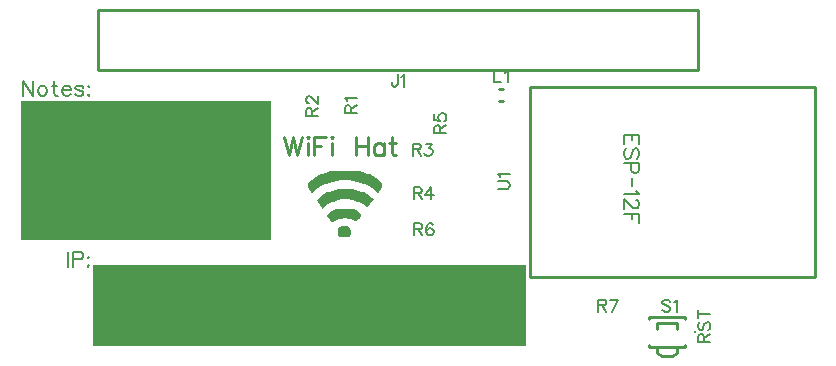
<source format=gto>
G04 DipTrace 3.0.0.2*
G04 wifihat.GTO*
%MOMM*%
G04 #@! TF.FileFunction,Legend,Top*
G04 #@! TF.Part,Single*
%ADD10C,0.254*%
%ADD12C,0.076*%
%ADD23C,0.29999*%
%ADD54C,0.15686*%
%ADD55C,0.19608*%
%ADD56C,0.23529*%
%FSLAX35Y35*%
G04*
G71*
G90*
G75*
G01*
G04 TopSilk*
%LPD*%
X5490000Y2395367D2*
D10*
Y2903367D1*
X410000Y2395367D2*
Y2903367D1*
X5490000D1*
X410000Y2395367D2*
X5490000D1*
X3800900Y2237040D2*
X3841100D1*
X3800900Y2136960D2*
X3841100D1*
X5312009Y254015D2*
X5142017D1*
X5377075Y304000D2*
X5077044D1*
X5377075Y54010D2*
X5077044D1*
X5142017Y254015D2*
Y203998D1*
X5312009Y254015D2*
Y203998D1*
X5077044Y304000D2*
Y288985D1*
X5377075Y304000D2*
Y288985D1*
X5077044Y54010D2*
Y68992D1*
X5377075Y54010D2*
Y68992D1*
X5312009Y54010D2*
Y-1012D1*
X5272011Y-21000D1*
X5182062D1*
X5142017Y54010D2*
Y-1012D1*
X5182062Y-21000D1*
D23*
X5467094Y178989D3*
X6477948Y2253975D2*
D10*
X4069175D1*
Y650025D1*
X6477948D1*
Y2253975D1*
G36*
X370000Y751000D2*
X4036000D1*
Y59000D1*
X370000D1*
Y751000D1*
G37*
G36*
X-239000Y2137000D2*
X1871000D1*
Y959000D1*
X-239000D1*
Y2137000D1*
G37*
X2376592Y1544400D2*
D12*
X2619781D1*
X2354112Y1536801D2*
X2643171D1*
X2332584Y1529201D2*
X2664620D1*
X2312872Y1521601D2*
X2683996D1*
X2295137Y1514002D2*
X2701477D1*
X2278964Y1506402D2*
X2717512D1*
X2264228Y1498802D2*
X2732186D1*
X2250932Y1491203D2*
X2745486D1*
X2238837Y1483603D2*
X2757808D1*
X2227753Y1476003D2*
X2769590D1*
X2217344Y1468404D2*
X2425177D1*
X2571166D2*
X2780850D1*
X2207300Y1460804D2*
X2393518D1*
X2602558D2*
X2791022D1*
X2198614Y1453204D2*
X2365956D1*
X2629182D2*
X2799085D1*
X2191621Y1445604D2*
X2342221D1*
X2651364D2*
X2805375D1*
X2189033Y1438005D2*
X2322408D1*
X2670167D2*
X2807613D1*
X2187664Y1430405D2*
X2306067D1*
X2686765D2*
X2808571D1*
X2187330Y1422805D2*
X2291714D1*
X2701661D2*
X2808124D1*
X2188311Y1415206D2*
X2278513D1*
X2715013D2*
X2806231D1*
X2191033Y1407606D2*
X2266871D1*
X2727098D2*
X2803102D1*
X2195064Y1400006D2*
X2256942D1*
X2737921D2*
X2798751D1*
X2199590Y1392407D2*
X2248204D1*
X2452588D2*
X2551384D1*
X2747394D2*
X2793312D1*
X2204682Y1384807D2*
X2240110D1*
X2419584D2*
X2582593D1*
X2755917D2*
X2787810D1*
X2210620Y1377207D2*
X2232306D1*
X2391508D2*
X2609809D1*
X2763935D2*
X2783226D1*
X2216998Y1369608D2*
X2224598D1*
X2368512D2*
X2632757D1*
X2771775D2*
X2779375D1*
X2349545Y1362008D2*
X2651866D1*
X2333509Y1354408D2*
X2667569D1*
X2319666Y1346809D2*
X2681027D1*
X2307386Y1339209D2*
X2693293D1*
X2296490Y1331609D2*
X2704775D1*
X2287021Y1324010D2*
X2715336D1*
X2278817Y1316410D2*
X2724820D1*
X2272373Y1308810D2*
X2437708D1*
X2557171D2*
X2733777D1*
X2267651Y1301211D2*
X2416180D1*
X2583114D2*
X2727351D1*
X2268050Y1293611D2*
X2396498D1*
X2605075D2*
X2721666D1*
X2271657Y1286011D2*
X2379030D1*
X2622838D2*
X2716301D1*
X2275825Y1278412D2*
X2363856D1*
X2636993D2*
X2711001D1*
X2280508Y1270812D2*
X2351206D1*
X2648881D2*
X2705929D1*
X2285533Y1263212D2*
X2340828D1*
X2659900D2*
X2700620D1*
X2290501Y1255612D2*
X2331908D1*
X2670427D2*
X2694598D1*
X2295772Y1248013D2*
X2323744D1*
X2680579D2*
X2688179D1*
X2301781Y1240413D2*
X2315915D1*
X2308195Y1232813D2*
D3*
X2444989Y1225214D2*
X2543785D1*
X2422803Y1217614D2*
X2564801D1*
X2403535Y1210014D2*
X2583441D1*
X2387392Y1202415D2*
X2599037D1*
X2374298Y1194815D2*
X2611930D1*
X2363728Y1187215D2*
X2623064D1*
X2354675Y1179616D2*
X2628703D1*
X2346193Y1172016D2*
X2629073D1*
X2351165Y1164416D2*
X2625714D1*
X2356235Y1156817D2*
X2621640D1*
X2361426Y1149217D2*
X2463205D1*
X2527962D2*
X2616742D1*
X2366460Y1141617D2*
X2439405D1*
X2548401D2*
X2610775D1*
X2371756Y1134018D2*
X2420274D1*
X2566001D2*
X2604035D1*
X2377773Y1126418D2*
X2405087D1*
X2581783D2*
X2596982D1*
X2384191Y1118818D2*
X2391791D1*
X2467788Y1080820D2*
X2513386D1*
X2457884Y1073220D2*
X2520696D1*
X2450283Y1065620D2*
X2527292D1*
X2444812Y1058021D2*
X2532773D1*
X2441139Y1050421D2*
X2537159D1*
X2439081Y1042821D2*
X2540347D1*
X2438089Y1035222D2*
X2542179D1*
X2437689Y1027622D2*
X2542829D1*
X2437815Y1020022D2*
X2542233D1*
X2439014Y1012423D2*
X2540284D1*
X2442050Y1004823D2*
X2537203D1*
X2446902Y997223D2*
X2533187D1*
X2452588Y989624D2*
X2528585D1*
X2376592Y1544400D2*
X2354112Y1536801D1*
X2332584Y1529201D1*
X2312872Y1521601D1*
X2295137Y1514002D1*
X2278964Y1506402D1*
X2264228Y1498802D1*
X2250932Y1491203D1*
X2238837Y1483603D1*
X2227753Y1476003D1*
X2217344Y1468404D1*
X2207300Y1460804D1*
X2198614Y1453204D1*
X2191621Y1445604D1*
X2189033Y1438005D1*
X2187664Y1430405D1*
X2187330Y1422805D1*
X2188311Y1415206D1*
X2191033Y1407606D1*
X2195064Y1400006D1*
X2199590Y1392407D1*
X2204682Y1384807D1*
X2210620Y1377207D1*
X2216998Y1369608D1*
X2619781Y1544400D2*
X2643171Y1536801D1*
X2664620Y1529201D1*
X2683996Y1521601D1*
X2701477Y1514002D1*
X2717512Y1506402D1*
X2732186Y1498802D1*
X2745486Y1491203D1*
X2757808Y1483603D1*
X2769590Y1476003D1*
X2780850Y1468404D1*
X2791022Y1460804D1*
X2799085Y1453204D1*
X2805375Y1445604D1*
X2807613Y1438005D1*
X2808571Y1430405D1*
X2808124Y1422805D1*
X2806231Y1415206D1*
X2803102Y1407606D1*
X2798751Y1400006D1*
X2793312Y1392407D1*
X2787810Y1384807D1*
X2783226Y1377207D1*
X2779375Y1369608D1*
X2460188Y1476003D2*
X2425177Y1468404D1*
X2393518Y1460804D1*
X2365956Y1453204D1*
X2342221Y1445604D1*
X2322408Y1438005D1*
X2306067Y1430405D1*
X2291714Y1422805D1*
X2278513Y1415206D1*
X2266871Y1407606D1*
X2256942Y1400006D1*
X2248204Y1392407D1*
X2240110Y1384807D1*
X2232306Y1377207D1*
X2224598Y1369608D1*
X2536185Y1476003D2*
X2571166Y1468404D1*
X2602558Y1460804D1*
X2629182Y1453204D1*
X2651364Y1445604D1*
X2670167Y1438005D1*
X2686765Y1430405D1*
X2701661Y1422805D1*
X2715013Y1415206D1*
X2727098Y1407606D1*
X2737921Y1400006D1*
X2747394Y1392407D1*
X2755917Y1384807D1*
X2763935Y1377207D1*
X2771775Y1369608D1*
X2452588Y1392407D2*
X2419584Y1384807D1*
X2391508Y1377207D1*
X2368512Y1369608D1*
X2349545Y1362008D1*
X2333509Y1354408D1*
X2319666Y1346809D1*
X2307386Y1339209D1*
X2296490Y1331609D1*
X2287021Y1324010D1*
X2278817Y1316410D1*
X2272373Y1308810D1*
X2267651Y1301211D1*
X2268050Y1293611D1*
X2271657Y1286011D1*
X2275825Y1278412D1*
X2280508Y1270812D1*
X2285533Y1263212D1*
X2290501Y1255612D1*
X2295772Y1248013D1*
X2301781Y1240413D1*
X2308195Y1232813D1*
X2551384Y1392407D2*
X2582593Y1384807D1*
X2609809Y1377207D1*
X2632757Y1369608D1*
X2651866Y1362008D1*
X2667569Y1354408D1*
X2681027Y1346809D1*
X2693293Y1339209D1*
X2704775Y1331609D1*
X2715336Y1324010D1*
X2724820Y1316410D1*
X2733777Y1308810D1*
X2727351Y1301211D1*
X2721666Y1293611D1*
X2716301Y1286011D1*
X2711001Y1278412D1*
X2705929Y1270812D1*
X2700620Y1263212D1*
X2694598Y1255612D1*
X2688179Y1248013D1*
X2460188Y1316410D2*
X2437708Y1308810D1*
X2416180Y1301211D1*
X2396498Y1293611D1*
X2379030Y1286011D1*
X2363856Y1278412D1*
X2351206Y1270812D1*
X2340828Y1263212D1*
X2331908Y1255612D1*
X2323744Y1248013D1*
X2315915Y1240413D1*
X2308195Y1232813D1*
X2528585Y1316410D2*
X2557171Y1308810D1*
X2583114Y1301211D1*
X2605075Y1293611D1*
X2622838Y1286011D1*
X2636993Y1278412D1*
X2648881Y1270812D1*
X2659900Y1263212D1*
X2670427Y1255612D1*
X2680579Y1248013D1*
X2444989Y1225214D2*
X2422803Y1217614D1*
X2403535Y1210014D1*
X2387392Y1202415D1*
X2374298Y1194815D1*
X2363728Y1187215D1*
X2354675Y1179616D1*
X2346193Y1172016D1*
X2351165Y1164416D1*
X2356235Y1156817D1*
X2361426Y1149217D1*
X2366460Y1141617D1*
X2371756Y1134018D1*
X2377773Y1126418D1*
X2384191Y1118818D1*
X2543785Y1225214D2*
X2564801Y1217614D1*
X2583441Y1210014D1*
X2599037Y1202415D1*
X2611930Y1194815D1*
X2623064Y1187215D1*
X2628703Y1179616D1*
X2629073Y1172016D1*
X2625714Y1164416D1*
X2621640Y1156817D1*
X2616742Y1149217D1*
X2610775Y1141617D1*
X2604035Y1134018D1*
X2596982Y1126418D1*
X2490587Y1156817D2*
X2463205Y1149217D1*
X2439405Y1141617D1*
X2420274Y1134018D1*
X2405087Y1126418D1*
X2391791Y1118818D1*
X2505786Y1156817D2*
X2527962Y1149217D1*
X2548401Y1141617D1*
X2566001Y1134018D1*
X2581783Y1126418D1*
X2467788Y1080820D2*
X2457884Y1073220D1*
X2450283Y1065620D1*
X2444812Y1058021D1*
X2441139Y1050421D1*
X2439081Y1042821D1*
X2438089Y1035222D1*
X2437689Y1027622D1*
X2437815Y1020022D1*
X2439014Y1012423D1*
X2442050Y1004823D1*
X2446902Y997223D1*
X2452588Y989624D1*
X2513386Y1080820D2*
X2520696Y1073220D1*
X2527292Y1065620D1*
X2532773Y1058021D1*
X2537159Y1050421D1*
X2540347Y1042821D1*
X2542179Y1035222D1*
X2542829Y1027622D1*
X2542233Y1020022D1*
X2540284Y1012423D1*
X2537203Y1004823D1*
X2533187Y997223D1*
X2528585Y989624D1*
X2946443Y2360907D2*
D54*
Y2283190D1*
X2941614Y2268590D1*
X2936672Y2263760D1*
X2927014Y2258819D1*
X2917243D1*
X2907584Y2263760D1*
X2902755Y2268590D1*
X2897814Y2283190D1*
Y2292848D1*
X2977816Y2341365D2*
X2987586Y2346307D1*
X3002186Y2360794D1*
Y2258819D1*
X3763984Y2395789D2*
Y2293702D1*
X3822272D1*
X3853645Y2376248D2*
X3863416Y2381189D1*
X3878016Y2395677D1*
Y2293702D1*
X2549240Y2033599D2*
Y2077287D1*
X2544299Y2091887D1*
X2539469Y2096829D1*
X2529811Y2101658D1*
X2520040D1*
X2510382Y2096829D1*
X2505440Y2091887D1*
X2500611Y2077287D1*
Y2033599D1*
X2602698D1*
X2549240Y2067629D2*
X2602699Y2101658D1*
X2520152Y2133030D2*
X2515211Y2142801D1*
X2500723Y2157401D1*
X2602698D1*
X2219040Y2011756D2*
Y2055443D1*
X2214099Y2070043D1*
X2209269Y2074985D1*
X2199611Y2079814D1*
X2189840D1*
X2180182Y2074985D1*
X2175240Y2070043D1*
X2170411Y2055443D1*
Y2011756D1*
X2272498D1*
X2219040Y2045785D2*
X2272499Y2079814D1*
X2194782Y2116128D2*
X2189952D1*
X2180182Y2120957D1*
X2175352Y2125786D1*
X2170523Y2135557D1*
Y2154986D1*
X2175352Y2164645D1*
X2180182Y2169474D1*
X2189952Y2174416D1*
X2199611D1*
X2209382Y2169474D1*
X2223869Y2159816D1*
X2272499Y2111186D1*
X2272498Y2179245D1*
X3074255Y1726160D2*
X3117943D1*
X3132543Y1731102D1*
X3137484Y1735931D1*
X3142314Y1745589D1*
Y1755360D1*
X3137484Y1765019D1*
X3132543Y1769960D1*
X3117943Y1774789D1*
X3074255D1*
Y1672702D1*
X3108284Y1726160D2*
X3142314Y1672702D1*
X3183457Y1774677D2*
X3236803D1*
X3207716Y1735819D1*
X3222316D1*
X3231974Y1730989D1*
X3236803Y1726160D1*
X3241745Y1711560D1*
Y1701902D1*
X3236803Y1687302D1*
X3227145Y1677531D1*
X3212545Y1672702D1*
X3197945D1*
X3183457Y1677531D1*
X3178628Y1682472D1*
X3173686Y1692131D1*
X3082741Y1356260D2*
X3126428D1*
X3141028Y1361202D1*
X3145970Y1366031D1*
X3150799Y1375689D1*
Y1385460D1*
X3145970Y1395119D1*
X3141028Y1400060D1*
X3126428Y1404889D1*
X3082741D1*
Y1302802D1*
X3116770Y1356260D2*
X3150799Y1302802D1*
X3230801D2*
Y1404777D1*
X3182172Y1336831D1*
X3255059D1*
X3305840Y1864256D2*
Y1907943D1*
X3300899Y1922543D1*
X3296069Y1927485D1*
X3286411Y1932314D1*
X3276640D1*
X3266982Y1927485D1*
X3262040Y1922543D1*
X3257211Y1907943D1*
Y1864256D1*
X3359298D1*
X3305840Y1898285D2*
X3359299Y1932314D1*
X3257323Y2021974D2*
Y1973457D1*
X3301011Y1968628D1*
X3296182Y1973457D1*
X3291240Y1988057D1*
Y2002545D1*
X3296182Y2017145D1*
X3305840Y2026916D1*
X3320440Y2031745D1*
X3330099D1*
X3344699Y2026916D1*
X3354469Y2017145D1*
X3359298Y2002545D1*
Y1988057D1*
X3354469Y1973457D1*
X3349528Y1968628D1*
X3339869Y1963686D1*
X3087626Y1051460D2*
X3131314D1*
X3145914Y1056402D1*
X3150855Y1061231D1*
X3155684Y1070889D1*
Y1080660D1*
X3150855Y1090319D1*
X3145914Y1095260D1*
X3131314Y1100089D1*
X3087626D1*
Y998002D1*
X3121655Y1051460D2*
X3155684Y998002D1*
X3245345Y1085489D2*
X3240516Y1095148D1*
X3225916Y1099977D1*
X3216257D1*
X3201657Y1095148D1*
X3191886Y1080548D1*
X3187057Y1056289D1*
Y1032031D1*
X3191886Y1012602D1*
X3201657Y1002831D1*
X3216257Y998002D1*
X3221086D1*
X3235574Y1002831D1*
X3245345Y1012602D1*
X3250174Y1027202D1*
Y1032031D1*
X3245345Y1046631D1*
X3235574Y1056289D1*
X3221086Y1061119D1*
X3216257D1*
X3201657Y1056289D1*
X3191886Y1046631D1*
X3187057Y1032031D1*
X4643255Y406160D2*
X4686943D1*
X4701543Y411102D1*
X4706484Y415931D1*
X4711314Y425589D1*
Y435360D1*
X4706484Y445019D1*
X4701543Y449960D1*
X4686943Y454789D1*
X4643255D1*
Y352702D1*
X4677284Y406160D2*
X4711314Y352702D1*
X4762116D2*
X4810745Y454677D1*
X4742686D1*
X5255704Y438189D2*
X5246046Y447960D1*
X5231446Y452789D1*
X5212017D1*
X5197417Y447960D1*
X5187646Y438189D1*
Y428531D1*
X5192587Y418760D1*
X5197417Y413931D1*
X5207075Y409102D1*
X5236275Y399331D1*
X5246046Y394502D1*
X5250875Y389560D1*
X5255704Y379902D1*
Y365302D1*
X5246046Y355643D1*
X5231446Y350702D1*
X5212017D1*
X5197417Y355643D1*
X5187646Y365302D1*
X5287077Y433248D2*
X5296848Y438189D1*
X5311448Y452677D1*
Y350702D1*
X3795210Y1390099D2*
X3868098D1*
X3882698Y1394929D1*
X3892356Y1404699D1*
X3897298Y1419299D1*
Y1428958D1*
X3892356Y1443558D1*
X3882698Y1453328D1*
X3868098Y1458158D1*
X3795210D1*
X3814752Y1489530D2*
X3809810Y1499301D1*
X3795322Y1513901D1*
X3897298D1*
X159197Y861925D2*
D55*
Y734315D1*
X198413Y795102D2*
X253163D1*
X271273Y801138D1*
X277449Y807315D1*
X283486Y819388D1*
Y837638D1*
X277449Y849711D1*
X271273Y855888D1*
X253163Y861925D1*
X198413D1*
Y734315D1*
X328879Y819388D2*
X322702Y813211D1*
X328879Y807175D1*
X334915Y813211D1*
X328879Y819388D1*
Y746529D2*
X322702Y740352D1*
X328879Y734315D1*
X334915Y740352D1*
X328879Y746529D1*
X-139123Y2308532D2*
Y2180922D1*
X-224196Y2308532D1*
Y2180922D1*
X-69584Y2265995D2*
X-81657Y2259959D1*
X-93871Y2247745D1*
X-99907Y2229495D1*
Y2217422D1*
X-93871Y2199172D1*
X-81657Y2187099D1*
X-69584Y2180922D1*
X-51334D1*
X-39121Y2187099D1*
X-27048Y2199172D1*
X-20871Y2217422D1*
Y2229495D1*
X-27048Y2247745D1*
X-39121Y2259959D1*
X-51334Y2265995D1*
X-69584D1*
X36595Y2308532D2*
Y2205209D1*
X42631Y2187099D1*
X54845Y2180922D1*
X66918D1*
X18345Y2265995D2*
X60881D1*
X106134Y2229495D2*
X178993D1*
Y2241709D1*
X172957Y2253922D1*
X166920Y2259959D1*
X154707Y2265995D1*
X136457D1*
X124384Y2259959D1*
X112170Y2247745D1*
X106134Y2229495D1*
Y2217422D1*
X112170Y2199172D1*
X124384Y2187099D1*
X136457Y2180922D1*
X154707D1*
X166920Y2187099D1*
X178993Y2199172D1*
X285032Y2247745D2*
X278996Y2259959D1*
X260746Y2265995D1*
X242496D1*
X224246Y2259959D1*
X218209Y2247745D1*
X224246Y2235672D1*
X236459Y2229495D1*
X266782Y2223459D1*
X278996Y2217422D1*
X285032Y2205209D1*
Y2199172D1*
X278996Y2187099D1*
X260746Y2180922D1*
X242496D1*
X224246Y2187099D1*
X218209Y2199172D1*
X330425Y2265995D2*
X324248Y2259818D1*
X330425Y2253782D1*
X336461Y2259818D1*
X330425Y2265995D1*
Y2193135D2*
X324248Y2186959D1*
X330425Y2180922D1*
X336461Y2186959D1*
X330425Y2193135D1*
X1987158Y1827917D2*
D56*
X2023714Y1674785D1*
X2060102Y1827917D1*
X2096490Y1674785D1*
X2133046Y1827917D1*
X2180105D2*
X2187348Y1820673D1*
X2194761Y1827917D1*
X2187348Y1835329D1*
X2180105Y1827917D1*
X2187348Y1776873D2*
Y1674785D1*
X2336663Y1827917D2*
X2241820D1*
Y1674785D1*
Y1754973D2*
X2300107D1*
X2383722Y1827917D2*
X2390966Y1820673D1*
X2398378Y1827917D1*
X2390966Y1835329D1*
X2383722Y1827917D1*
X2390966Y1776873D2*
Y1674785D1*
X2593573Y1827917D2*
Y1674785D1*
X2695661Y1827917D2*
Y1674785D1*
X2593573Y1754973D2*
X2695661D1*
X2830151Y1776873D2*
Y1674785D1*
Y1754973D2*
X2815663Y1769629D1*
X2801007Y1776873D1*
X2779276D1*
X2764619Y1769629D1*
X2750132Y1754973D1*
X2742719Y1733073D1*
Y1718585D1*
X2750132Y1696685D1*
X2764619Y1682197D1*
X2779276Y1674785D1*
X2801007D1*
X2815663Y1682197D1*
X2830151Y1696685D1*
X2899110Y1827917D2*
Y1703929D1*
X2906354Y1682197D1*
X2921010Y1674785D1*
X2935497D1*
X2877210Y1776873D2*
X2928254D1*
X5539159Y95917D2*
D54*
Y139604D1*
X5534218Y154204D1*
X5529389Y159146D1*
X5519730Y163975D1*
X5509959D1*
X5500301Y159146D1*
X5495359Y154204D1*
X5490530Y139604D1*
Y95917D1*
X5592618D1*
X5539159Y129946D2*
X5592618Y163975D1*
X5505130Y263406D2*
X5495359Y253748D1*
X5490530Y239148D1*
Y219718D1*
X5495359Y205118D1*
X5505130Y195348D1*
X5514789D1*
X5524559Y200289D1*
X5529389Y205118D1*
X5534218Y214777D1*
X5543989Y243977D1*
X5548818Y253748D1*
X5553759Y258577D1*
X5563418Y263406D1*
X5578018D1*
X5587676Y253748D1*
X5592618Y239148D1*
Y219718D1*
X5587676Y205118D1*
X5578018Y195348D1*
X5490530Y328808D2*
X5592618D1*
X5490530Y294779D2*
Y362837D1*
X4991534Y1773445D2*
D55*
X4991535Y1852341D1*
X4863925D1*
Y1773445D1*
X4930748Y1852341D2*
Y1803768D1*
X4973284Y1649156D2*
X4985498Y1661229D1*
X4991534Y1679479D1*
Y1703766D1*
X4985498Y1722016D1*
X4973284Y1734229D1*
X4961211D1*
X4948998Y1728052D1*
X4942961Y1722016D1*
X4936925Y1709943D1*
X4924711Y1673443D1*
X4918675Y1661229D1*
X4912498Y1655193D1*
X4900425Y1649156D1*
X4882175D1*
X4870102Y1661229D1*
X4863925Y1679479D1*
Y1703766D1*
X4870102Y1722016D1*
X4882175Y1734229D1*
X4924711Y1609940D2*
Y1555190D1*
X4930748Y1537081D1*
X4936925Y1530904D1*
X4948998Y1524867D1*
X4967248D1*
X4979321Y1530904D1*
X4985498Y1537081D1*
X4991534Y1555190D1*
Y1609940D1*
X4863925D1*
X4927659Y1485652D2*
Y1415459D1*
X4967107Y1376244D2*
X4973284Y1364030D1*
X4991394Y1345780D1*
X4863925D1*
X4961071Y1300388D2*
X4967107D1*
X4979321Y1294351D1*
X4985357Y1288315D1*
X4991394Y1276101D1*
Y1251815D1*
X4985357Y1239741D1*
X4979321Y1233705D1*
X4967108Y1227528D1*
X4955034D1*
X4942821Y1233705D1*
X4924711Y1245778D1*
X4863925Y1306565D1*
Y1221491D1*
X4991534Y1103239D2*
Y1182276D1*
X4863925D1*
X4930748D2*
Y1133703D1*
M02*

</source>
